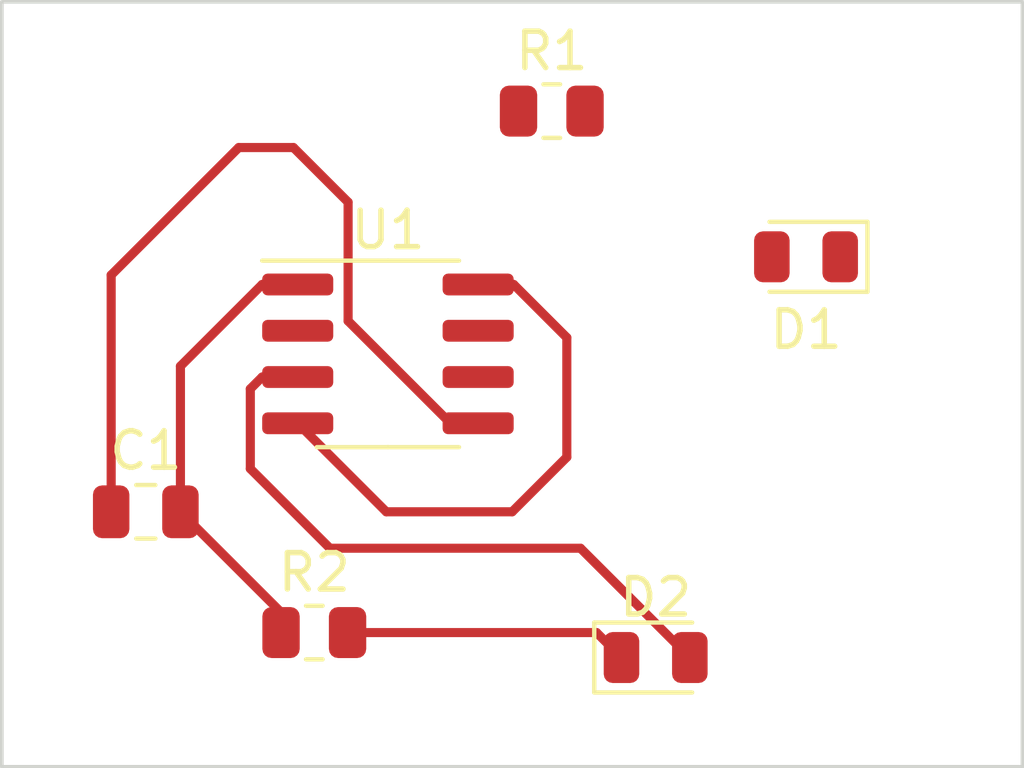
<source format=kicad_pcb>
(kicad_pcb (version 20240108) (generator "pcbnew") (generator_version "8.0")
  (layers (0 "F.Cu" signal) (31 "B.Cu" signal) (34 "B.Paste" user) (35 "F.Paste" user) (36 "B.SilkS" user "B.Silkscreen") (37 "F.SilkS" user "F.Silkscreen") (38 "B.Mask" user) (39 "F.Mask" user) (44 "Edge.Cuts" user))
  (net 0 "")
  (net 1 "Net-(U1-CV)")
  (net 2 "GND")
  (net 3 "Net-(D1-K)")
  (net 4 "Net-(D1-A)")
  (net 5 "Net-(D2-K)")
  (net 6 "VCC")
  (net 8 "Net-(U1-DIS)")
  (footprint "Capacitor_SMD:C_0805_2012Metric" (layer "F.Cu") (at 19.95 28)
    (property "Reference" "C1" (at 0 -1.68 0) (layer "F.SilkS"))
    (property "Value" "C")
    (fp_line (start -0.261252 -0.735) (end 0.261252 -0.735) (stroke (width 0.12)) (layer "F.SilkS"))
    (fp_line (start -0.261252 0.735) (end 0.261252 0.735) (stroke (width 0.12)) (layer "F.SilkS"))
    (pad "1" smd roundrect (at -0.95 0) (size 1 1.45) (layers "F.Cu" "F.Paste" "F.Mask") (net 1 "Net-(U1-CV)"))
    (pad "2" smd roundrect (at 0.95 0) (size 1 1.45) (layers "F.Cu" "F.Paste" "F.Mask") (net 2 "GND"))
  )
  (footprint "Resistor_SMD:R_0805_2012Metric" (layer "F.Cu") (at 31.0875 17)
    (property "Reference" "R1" (at 0 -1.65 0) (layer "F.SilkS"))
    (property "Value" "R")
    (fp_line (start -0.227064 -0.735) (end 0.227064 -0.735) (stroke (width 0.12)) (layer "F.SilkS"))
    (fp_line (start -0.227064 0.735) (end 0.227064 0.735) (stroke (width 0.12)) (layer "F.SilkS"))
    (pad "1" smd roundrect (at -0.9125 0) (size 1.025 1.4) (layers "F.Cu" "F.Paste" "F.Mask") (roundrect_rratio 0.243902) (net 4 "Net-(D1-A)"))
    (pad "2" smd roundrect (at 0.9125 0) (size 1.025 1.4) (layers "F.Cu" "F.Paste" "F.Mask") (roundrect_rratio 0.243902) (net 6 "VCC"))
  )
  (footprint "Package_SO:SOIC-8_3.9x4.9mm_P1.27mm" (layer "F.Cu") (at 26.5925 23.665)
    (property "Reference" "U1" (at 0 -3.4 0) (layer "F.SilkS"))
    (property "Value" "LM555xM")
    (fp_line (start 0 -2.56) (end -3.45 -2.56) (stroke (width 0.12)) (layer "F.SilkS"))
    (fp_line (start 0 -2.56) (end 1.95 -2.56) (stroke (width 0.12)) (layer "F.SilkS"))
    (fp_line (start 0 2.56) (end -1.95 2.56) (stroke (width 0.12)) (layer "F.SilkS"))
    (fp_line (start 0 2.56) (end 1.95 2.56) (stroke (width 0.12)) (layer "F.SilkS"))
    (pad "1" smd roundrect (at -2.475 -1.905) (size 1.95 0.6) (layers "F.Cu" "F.Paste" "F.Mask") (net 2 "GND"))
    (pad "2" smd roundrect (at -2.475 -0.635) (size 1.95 0.6) (layers "F.Cu" "F.Paste" "F.Mask"))
    (pad "3" smd roundrect (at -2.475 0.635) (size 1.95 0.6) (layers "F.Cu" "F.Paste" "F.Mask") (net 3 "Net-(D1-K)"))
    (pad "4" smd roundrect (at -2.475 1.905) (size 1.95 0.6) (layers "F.Cu" "F.Paste" "F.Mask") (net 6 "VCC"))
    (pad "5" smd roundrect (at 2.475 1.905) (size 1.95 0.6) (layers "F.Cu" "F.Paste" "F.Mask") (net 1 "Net-(U1-CV)"))
    (pad "6" smd roundrect (at 2.475 0.635) (size 1.95 0.6) (layers "F.Cu" "F.Paste" "F.Mask") (net 8 "Net-(U1-DIS)"))
    (pad "7" smd roundrect (at 2.475 -0.635) (size 1.95 0.6) (layers "F.Cu" "F.Paste" "F.Mask") (net 8 "Net-(U1-DIS)"))
    (pad "8" smd roundrect (at 2.475 -1.905) (size 1.95 0.6) (layers "F.Cu" "F.Paste" "F.Mask") (net 6 "VCC"))
  )
  (footprint "Resistor_SMD:R_0805_2012Metric" (layer "F.Cu") (at 24.5725 31.315)
    (property "Reference" "R2" (at 0 -1.65 0) (layer "F.SilkS"))
    (property "Value" "R")
    (fp_line (start -0.227064 -0.735) (end 0.227064 -0.735) (stroke (width 0.12)) (layer "F.SilkS"))
    (fp_line (start -0.227064 0.735) (end 0.227064 0.735) (stroke (width 0.12)) (layer "F.SilkS"))
    (pad "1" smd roundrect (at -0.9125 0) (size 1.025 1.4) (layers "F.Cu" "F.Paste" "F.Mask") (roundrect_rratio 0.243902) (net 2 "GND"))
    (pad "2" smd roundrect (at 0.9125 0) (size 1.025 1.4) (layers "F.Cu" "F.Paste" "F.Mask") (roundrect_rratio 0.243902) (net 5 "Net-(D2-K)"))
  )
  (footprint "LED_SMD:LED_0805_2012Metric" (layer "F.Cu") (at 33.9375 32)
    (property "Reference" "D2" (at 0 -1.65 0) (layer "F.SilkS"))
    (property "Value" "LED")
    (fp_line (start -1.685 -0.96) (end -1.685 0.96) (stroke (width 0.12)) (layer "F.SilkS"))
    (fp_line (start -1.685 0.96) (end 1 0.96) (stroke (width 0.12)) (layer "F.SilkS"))
    (fp_line (start 1 -0.96) (end -1.685 -0.96) (stroke (width 0.12)) (layer "F.SilkS"))
    (pad "1" smd roundrect (at -0.9375 0) (size 0.975 1.4) (layers "F.Cu" "F.Paste" "F.Mask") (net 5 "Net-(D2-K)"))
    (pad "2" smd roundrect (at 0.9375 0) (size 0.975 1.4) (layers "F.Cu" "F.Paste" "F.Mask") (net 3 "Net-(D1-K)"))
  )
  (footprint "LED_SMD:LED_0805_2012Metric" (layer "F.Cu") (at 38.0625 21 180)
    (property "Reference" "D1" (at 0 -2 0) (layer "F.SilkS"))
    (property "Value" "LED")
    (fp_line (start 1 -0.96) (end -1.685 -0.96) (stroke (width 0.12)) (layer "F.SilkS"))
    (fp_line (start -1.685 0.96) (end 1 0.96) (stroke (width 0.12)) (layer "F.SilkS"))
    (fp_line (start -1.685 -0.96) (end -1.685 0.96) (stroke (width 0.12)) (layer "F.SilkS"))
    (pad "1" smd roundrect (at -0.9375 0 180) (size 0.975 1.4) (layers "F.Cu" "F.Paste" "F.Mask") (net 3 "Net-(D1-K)"))
    (pad "2" smd roundrect (at 0.9375 0 180) (size 0.975 1.4) (layers "F.Cu" "F.Paste" "F.Mask") (net 4 "Net-(D1-A)"))
  )
  (gr_rect (start 16 14) (end 44 35) (stroke (width 0.1)) (fill none) (layer "Edge.Cuts"))
  (segment (start 29.0675 25.57) (end 28.308408 25.57) (width 0.25) (layer "F.Cu") (net 1))
  (segment (start 25.5 22.761592) (end 25.5 19.5) (width 0.25) (layer "F.Cu") (net 1))
  (segment (start 19 21.5) (end 19 28) (width 0.25) (layer "F.Cu") (net 1))
  (segment (start 28.308408 25.57) (end 25.5 22.761592) (width 0.25) (layer "F.Cu") (net 1))
  (segment (start 22.5 18) (end 19 21.5) (width 0.25) (layer "F.Cu") (net 1))
  (segment (start 24 18) (end 22.5 18) (width 0.25) (layer "F.Cu") (net 1))
  (segment (start 25.5 19.5) (end 24 18) (width 0.25) (layer "F.Cu") (net 1))
  (segment (start 20.9 28) (end 23.66 30.76) (width 0.25) (layer "F.Cu") (net 2))
  (segment (start 20.9 28) (end 20.9 24.002501) (width 0.25) (layer "F.Cu") (net 2))
  (segment (start 23.66 30.76) (end 23.66 31.315) (width 0.25) (layer "F.Cu") (net 2))
  (segment (start 23.142501 21.76) (end 24.1175 21.76) (width 0.25) (layer "F.Cu") (net 2))
  (segment (start 20.9 24.002501) (end 23.142501 21.76) (width 0.25) (layer "F.Cu") (net 2))
  (segment (start 25 29) (end 31.875 29) (width 0.25) (layer "F.Cu") (net 3))
  (segment (start 22.8175 26.8175) (end 25 29) (width 0.25) (layer "F.Cu") (net 3))
  (segment (start 22.8175 24.625001) (end 22.8175 26.8175) (width 0.25) (layer "F.Cu") (net 3))
  (segment (start 23.142501 24.3) (end 22.8175 24.625001) (width 0.25) (layer "F.Cu") (net 3))
  (segment (start 31.875 29) (end 34.875 32) (width 0.25) (layer "F.Cu") (net 3))
  (segment (start 24.1175 24.3) (end 23.142501 24.3) (width 0.25) (layer "F.Cu") (net 3))
  (segment (start 32.315 31.315) (end 33 32) (width 0.25) (layer "F.Cu") (net 5))
  (segment (start 25.485 31.315) (end 32.315 31.315) (width 0.25) (layer "F.Cu") (net 5))
  (segment (start 26.5475 28) (end 24.1175 25.57) (width 0.25) (layer "F.Cu") (net 6))
  (segment (start 31.5 23.217501) (end 31.5 26.5) (width 0.25) (layer "F.Cu") (net 6))
  (segment (start 30.042499 21.76) (end 31.5 23.217501) (width 0.25) (layer "F.Cu") (net 6))
  (segment (start 30 28) (end 26.5475 28) (width 0.25) (layer "F.Cu") (net 6))
  (segment (start 31.5 26.5) (end 30 28) (width 0.25) (layer "F.Cu") (net 6))
  (segment (start 29.0675 21.76) (end 30.042499 21.76) (width 0.25) (layer "F.Cu") (net 6))
)
</source>
